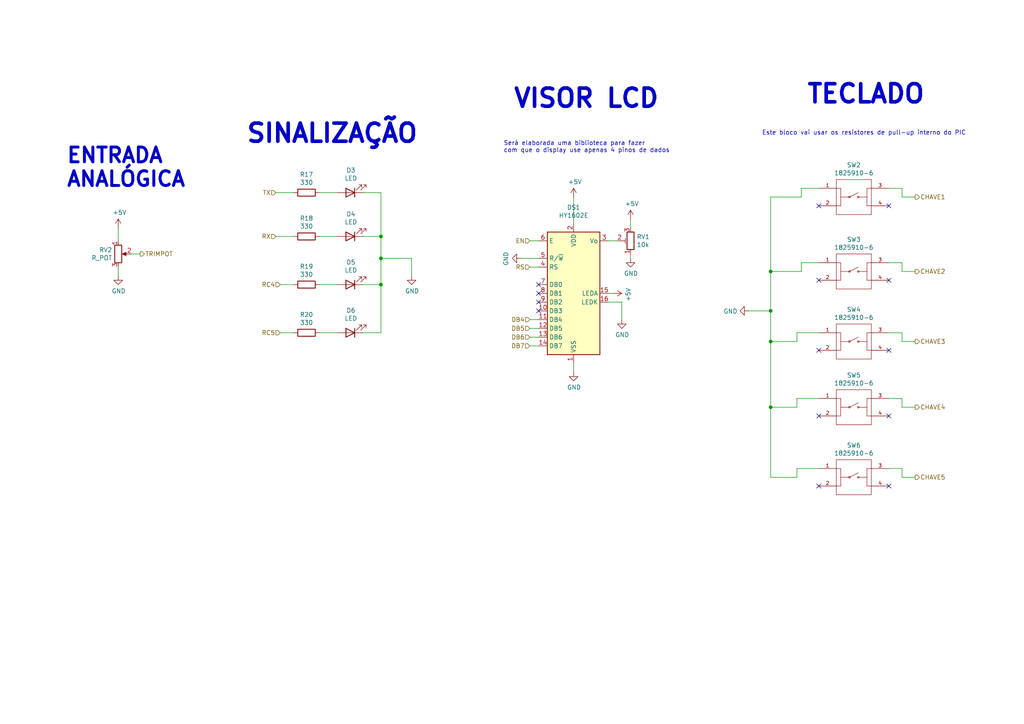
<source format=kicad_sch>
(kicad_sch (version 20211123) (generator eeschema)
  (paper "A4")
  (lib_symbols
    (symbol "Chave_1825910-6:1825910-6" (pin_names (offset 1.016) hide)
      (property "Reference" "SW" (at -5.08 5.842 0))
      (property "Value" "1825910-6" (at -5.08 -7.62 0))
      (symbol "1825910-6_0_0"
        (circle (center -1.27 0) (radius 0.254) (stroke (width 0.127)))
        (polyline (pts (xy -5.08 -5.08) (xy 5.08 -5.08)) (stroke (width 0.127)))
        (polyline (pts (xy -5.08 -2.54) (xy -5.08 -5.08)) (stroke (width 0.127)))
        (polyline (pts (xy -5.08 2.54) (xy -5.08 -2.54)) (stroke (width 0.127)))
        (polyline (pts (xy -5.08 2.54) (xy -3.81 2.54)) (stroke (width 0.127)))
        (polyline (pts (xy -5.08 5.08) (xy -5.08 2.54)) (stroke (width 0.127)))
        (polyline (pts (xy -5.08 5.08) (xy 5.08 5.08)) (stroke (width 0.127)))
        (polyline (pts (xy -3.81 -2.54) (xy -5.08 -2.54)) (stroke (width 0.127)))
        (polyline (pts (xy -3.81 0) (xy -3.81 -2.54)) (stroke (width 0.127)))
        (polyline (pts (xy -3.81 0) (xy -1.27 0)) (stroke (width 0.127)))
        (polyline (pts (xy -3.81 2.54) (xy -3.81 0)) (stroke (width 0.127)))
        (polyline (pts (xy -1.27 0) (xy 1.27 1.27)) (stroke (width 0.127)))
        (polyline (pts (xy 1.27 0) (xy 3.81 0)) (stroke (width 0.127)))
        (polyline (pts (xy 3.81 -2.54) (xy 5.08 -2.54)) (stroke (width 0.127)))
        (polyline (pts (xy 3.81 0) (xy 3.81 -2.54)) (stroke (width 0.127)))
        (polyline (pts (xy 3.81 0) (xy 3.81 2.54)) (stroke (width 0.127)))
        (polyline (pts (xy 3.81 2.54) (xy 5.08 2.54)) (stroke (width 0.127)))
        (polyline (pts (xy 5.08 -2.54) (xy 5.08 -5.08)) (stroke (width 0.127)))
        (polyline (pts (xy 5.08 2.54) (xy 5.08 -2.54)) (stroke (width 0.127)))
        (polyline (pts (xy 5.08 5.08) (xy 5.08 2.54)) (stroke (width 0.127)))
        (circle (center 1.27 0) (radius 0.254) (stroke (width 0.127)))
        (pin passive line (at -10.16 2.54 0) (length 5.08) (name "~") (number "1"))
        (pin passive line (at -10.16 -2.54 0) (length 5.08) (name "~") (number "2"))
        (pin passive line (at 10.16 2.54 180) (length 5.08) (name "~") (number "3"))
        (pin passive line (at 10.16 -2.54 180) (length 5.08) (name "~") (number "4"))
      )
    )
    (symbol "Device:LED" (pin_numbers hide) (pin_names (offset 1.016) hide)
      (property "Reference" "D" (at 0 2.54 0))
      (property "Value" "LED" (at 0 -2.54 0))
      (symbol "LED_0_1"
        (polyline (pts (xy -1.27 -1.27) (xy -1.27 1.27)) (stroke (width 0.254)))
        (polyline (pts (xy -1.27 0) (xy 1.27 0)))
        (polyline (pts (xy 1.27 -1.27) (xy 1.27 1.27) (xy -1.27 0) (xy 1.27 -1.27)) (stroke (width 0.254)))
        (polyline (pts (xy -3.048 -0.762) (xy -4.572 -2.286) (xy -3.81 -2.286) (xy -4.572 -2.286) (xy -4.572 -1.524)))
        (polyline (pts (xy -1.778 -0.762) (xy -3.302 -2.286) (xy -2.54 -2.286) (xy -3.302 -2.286) (xy -3.302 -1.524)))
      )
      (symbol "LED_1_1"
        (pin passive line (at -3.81 0 0) (length 2.54) (name "K") (number "1"))
        (pin passive line (at 3.81 0 180) (length 2.54) (name "A") (number "2"))
      )
    )
    (symbol "Device:R" (pin_numbers hide) (pin_names (offset 0))
      (property "Reference" "R" (at 2.032 0 90))
      (property "Value" "R" (at 0 0 90))
      (symbol "R_0_1"
        (rectangle (start -1.016 -2.54) (end 1.016 2.54) (stroke (width 0.254)))
      )
      (symbol "R_1_1"
        (pin passive line (at 0 3.81 270) (length 1.27) (name "~") (number "1"))
        (pin passive line (at 0 -3.81 90) (length 1.27) (name "~") (number "2"))
      )
    )
    (symbol "Display_Character:HY1602E"
      (property "Reference" "DS1" (at 0 24.9174 0))
      (property "Value" "HY1602E" (at 0 22.606 0))
      (symbol "HY1602E_0_1"
        (rectangle (start -7.62 17.78) (end 7.62 -17.78) (stroke (width 0.254)) (fill (type background)))
      )
      (symbol "HY1602E_1_1"
        (pin power_in line (at 0 -20.32 90) (length 2.54) (name "VSS") (number "1"))
        (pin bidirectional line (at -10.16 -5.08 0) (length 2.54) (name "DB3") (number "10"))
        (pin bidirectional line (at -10.16 -7.62 0) (length 2.54) (name "DB4") (number "11"))
        (pin bidirectional line (at -10.16 -10.16 0) (length 2.54) (name "DB5") (number "12"))
        (pin bidirectional line (at -10.16 -12.7 0) (length 2.54) (name "DB6") (number "13"))
        (pin bidirectional line (at -10.16 -15.24 0) (length 2.54) (name "DB7") (number "14"))
        (pin passive line (at 10.16 0 180) (length 2.54) (name "LEDA") (number "15"))
        (pin passive line (at 10.16 -2.54 180) (length 2.54) (name "LEDK") (number "16"))
        (pin power_in line (at 0 20.32 270) (length 2.54) (name "VDD") (number "2"))
        (pin input line (at 10.16 15.24 180) (length 2.54) (name "Vo") (number "3"))
        (pin input line (at -10.16 7.62 0) (length 2.54) (name "RS") (number "4"))
        (pin input line (at -10.16 10.16 0) (length 2.54) (name "R/~{W}") (number "5"))
        (pin input line (at -10.16 15.24 0) (length 2.54) (name "E") (number "6"))
        (pin bidirectional line (at -10.16 2.54 0) (length 2.54) (name "DB0") (number "7"))
        (pin bidirectional line (at -10.16 0 0) (length 2.54) (name "DB1") (number "8"))
        (pin bidirectional line (at -10.16 -2.54 0) (length 2.54) (name "DB2") (number "9"))
      )
    )
    (symbol "PBLE01-rescue:R_POT-Device" (pin_names (offset 1.016) hide)
      (property "Reference" "RV" (at -4.445 0 90))
      (property "Value" "R_POT-Device" (at -2.54 0 90))
      (symbol "R_POT-Device_0_1"
        (polyline (pts (xy 2.54 0) (xy 1.524 0)))
        (polyline (pts (xy 1.143 0) (xy 2.286 0.508) (xy 2.286 -0.508) (xy 1.143 0)) (fill (type outline)))
        (rectangle (start 1.016 2.54) (end -1.016 -2.54) (stroke (width 0.254)))
      )
      (symbol "R_POT-Device_1_1"
        (pin passive line (at 0 3.81 270) (length 1.27) (name "1") (number "1"))
        (pin passive line (at 3.81 0 180) (length 1.27) (name "2") (number "2"))
        (pin passive line (at 0 -3.81 90) (length 1.27) (name "3") (number "3"))
      )
    )
    (symbol "PBLE01-rescue:R_POT_TRIM-Device" (pin_names (offset 1.016) hide)
      (property "Reference" "RV" (at -4.445 0 90))
      (property "Value" "R_POT_TRIM-Device" (at -2.54 0 90))
      (symbol "R_POT_TRIM-Device_0_1"
        (polyline (pts (xy 1.524 0.762) (xy 1.524 -0.762)))
        (polyline (pts (xy 2.54 0) (xy 1.524 0)))
        (rectangle (start 1.016 2.54) (end -1.016 -2.54) (stroke (width 0.254)))
      )
      (symbol "R_POT_TRIM-Device_1_1"
        (pin passive line (at 0 3.81 270) (length 1.27) (name "1") (number "1"))
        (pin passive line (at 3.81 0 180) (length 1.27) (name "2") (number "2"))
        (pin passive line (at 0 -3.81 90) (length 1.27) (name "3") (number "3"))
      )
    )
    (symbol "power:+5V" (power) (pin_names (offset 0))
      (property "Value" "+5V" (at 0 3.556 0))
      (symbol "+5V_0_1"
        (polyline (pts (xy -0.762 1.27) (xy 0 2.54)))
        (polyline (pts (xy 0 0) (xy 0 2.54)))
        (polyline (pts (xy 0 2.54) (xy 0.762 1.27)))
      )
      (symbol "+5V_1_1"
        (pin power_in line (at 0 0 90) (length 0) hide (name "+5V") (number "1"))
      )
    )
    (symbol "power:GND" (power) (pin_names (offset 0))
      (property "Value" "GND" (at 0 -3.81 0))
      (symbol "GND_0_1"
        (polyline (pts (xy 0 0) (xy 0 -1.27) (xy 1.27 -1.27) (xy 0 -2.54) (xy -1.27 -1.27) (xy 0 -1.27)))
      )
      (symbol "GND_1_1"
        (pin power_in line (at 0 0 270) (length 0) hide (name "GND") (number "1"))
      )
    )
  )
  (junction (at 223.52 90.17))
  (junction (at 223.52 78.74))
  (junction (at 223.52 118.11))
  (junction (at 110.49 74.93))
  (junction (at 223.52 99.06))
  (junction (at 110.49 82.55))
  (junction (at 110.49 68.58))
  (no_connect (at 237.49 140.97))
  (no_connect (at 237.49 120.65))
  (no_connect (at 237.49 81.28))
  (no_connect (at 156.21 87.63))
  (no_connect (at 257.81 101.6))
  (no_connect (at 257.81 81.28))
  (no_connect (at 237.49 101.6))
  (no_connect (at 237.49 59.69))
  (no_connect (at 257.81 120.65))
  (no_connect (at 156.21 82.55))
  (no_connect (at 156.21 85.09))
  (no_connect (at 257.81 140.97))
  (no_connect (at 156.21 90.17))
  (no_connect (at 257.81 59.69))
  (wire (pts (xy 261.62 57.15) (xy 265.43 57.15)))
  (wire (pts (xy 105.41 82.55) (xy 110.49 82.55)))
  (wire (pts (xy 110.49 74.93) (xy 119.38 74.93)))
  (wire (pts (xy 92.71 82.55) (xy 97.79 82.55)))
  (wire (pts (xy 261.62 99.06) (xy 265.43 99.06)))
  (wire (pts (xy 153.67 97.79) (xy 156.21 97.79)))
  (wire (pts (xy 261.62 96.52) (xy 261.62 99.06)))
  (wire (pts (xy 231.14 118.11) (xy 223.52 118.11)))
  (wire (pts (xy 166.37 64.77) (xy 166.37 57.15)))
  (wire (pts (xy 257.81 135.89) (xy 261.62 135.89)))
  (wire (pts (xy 232.41 57.15) (xy 223.52 57.15)))
  (wire (pts (xy 81.28 82.55) (xy 85.09 82.55)))
  (wire (pts (xy 223.52 118.11) (xy 223.52 99.06)))
  (wire (pts (xy 34.29 80.01) (xy 34.29 77.47)))
  (wire (pts (xy 223.52 90.17) (xy 223.52 78.74)))
  (wire (pts (xy 92.71 55.88) (xy 97.79 55.88)))
  (wire (pts (xy 182.88 66.04) (xy 182.88 63.5)))
  (wire (pts (xy 257.81 54.61) (xy 261.62 54.61)))
  (wire (pts (xy 153.67 95.25) (xy 156.21 95.25)))
  (wire (pts (xy 231.14 118.11) (xy 231.14 115.57)))
  (wire (pts (xy 223.52 78.74) (xy 232.41 78.74)))
  (wire (pts (xy 110.49 68.58) (xy 110.49 55.88)))
  (wire (pts (xy 231.14 99.06) (xy 223.52 99.06)))
  (wire (pts (xy 182.88 74.93) (xy 182.88 73.66)))
  (wire (pts (xy 176.53 69.85) (xy 179.07 69.85)))
  (wire (pts (xy 232.41 76.2) (xy 237.49 76.2)))
  (wire (pts (xy 110.49 96.52) (xy 110.49 82.55)))
  (wire (pts (xy 231.14 99.06) (xy 231.14 96.52)))
  (wire (pts (xy 38.1 73.66) (xy 40.64 73.66)))
  (wire (pts (xy 257.81 115.57) (xy 261.62 115.57)))
  (wire (pts (xy 110.49 74.93) (xy 110.49 68.58)))
  (wire (pts (xy 105.41 96.52) (xy 110.49 96.52)))
  (wire (pts (xy 151.13 74.93) (xy 156.21 74.93)))
  (wire (pts (xy 176.53 85.09) (xy 177.8 85.09)))
  (wire (pts (xy 261.62 138.43) (xy 265.43 138.43)))
  (wire (pts (xy 231.14 96.52) (xy 237.49 96.52)))
  (wire (pts (xy 231.14 115.57) (xy 237.49 115.57)))
  (wire (pts (xy 81.28 96.52) (xy 85.09 96.52)))
  (wire (pts (xy 257.81 96.52) (xy 261.62 96.52)))
  (wire (pts (xy 217.17 90.17) (xy 223.52 90.17)))
  (wire (pts (xy 153.67 100.33) (xy 156.21 100.33)))
  (wire (pts (xy 105.41 68.58) (xy 110.49 68.58)))
  (wire (pts (xy 119.38 74.93) (xy 119.38 80.01)))
  (wire (pts (xy 232.41 57.15) (xy 232.41 54.61)))
  (wire (pts (xy 223.52 99.06) (xy 223.52 90.17)))
  (wire (pts (xy 110.49 55.88) (xy 105.41 55.88)))
  (wire (pts (xy 223.52 138.43) (xy 231.14 138.43)))
  (wire (pts (xy 261.62 76.2) (xy 261.62 78.74)))
  (wire (pts (xy 80.01 68.58) (xy 85.09 68.58)))
  (wire (pts (xy 34.29 69.85) (xy 34.29 66.04)))
  (wire (pts (xy 153.67 92.71) (xy 156.21 92.71)))
  (wire (pts (xy 223.52 57.15) (xy 223.52 78.74)))
  (wire (pts (xy 92.71 68.58) (xy 97.79 68.58)))
  (wire (pts (xy 231.14 138.43) (xy 231.14 135.89)))
  (wire (pts (xy 257.81 76.2) (xy 261.62 76.2)))
  (wire (pts (xy 232.41 78.74) (xy 232.41 76.2)))
  (wire (pts (xy 166.37 107.95) (xy 166.37 105.41)))
  (wire (pts (xy 261.62 115.57) (xy 261.62 118.11)))
  (wire (pts (xy 232.41 54.61) (xy 237.49 54.61)))
  (wire (pts (xy 180.34 87.63) (xy 180.34 92.71)))
  (wire (pts (xy 153.67 69.85) (xy 156.21 69.85)))
  (wire (pts (xy 223.52 138.43) (xy 223.52 118.11)))
  (wire (pts (xy 231.14 135.89) (xy 237.49 135.89)))
  (wire (pts (xy 92.71 96.52) (xy 97.79 96.52)))
  (wire (pts (xy 261.62 54.61) (xy 261.62 57.15)))
  (wire (pts (xy 80.01 55.88) (xy 85.09 55.88)))
  (wire (pts (xy 261.62 135.89) (xy 261.62 138.43)))
  (wire (pts (xy 153.67 77.47) (xy 156.21 77.47)))
  (wire (pts (xy 176.53 87.63) (xy 180.34 87.63)))
  (wire (pts (xy 261.62 118.11) (xy 265.43 118.11)))
  (wire (pts (xy 110.49 82.55) (xy 110.49 74.93)))
  (wire (pts (xy 261.62 78.74) (xy 265.43 78.74)))
  (text "Será elaborada uma biblioteca para fazer \ncom que o display use apenas 4 pinos de dados " (at 146.05 44.45 0) (effects (font (size 1.27 1.27)) (justify left bottom)))
  (text "ENTRADA\nANALÓGICA" (at 19.05 54.61 0) (effects (font (size 4.2672 4.2672) (thickness 0.8534) bold) (justify left bottom)))
  (text "TECLADO" (at 233.68 30.48 0) (effects (font (size 5.2578 5.2578) (thickness 1.0516) bold) (justify left bottom)))
  (text "Este bloco vai usar os resistores de pull-up interno do PIC" (at 220.98 39.37 0) (effects (font (size 1.27 1.27)) (justify left bottom)))
  (text "VISOR LCD" (at 148.59 31.75 0) (effects (font (size 5.2578 5.2578) (thickness 1.0516) bold) (justify left bottom)))
  (text "SINALIZAÇÃO\n" (at 71.12 41.91 0) (effects (font (size 5.2578 5.2578) (thickness 1.0516) bold) (justify left bottom)))
  (hierarchical_label "DB7" (shape input) (at 153.67 100.33 180))
  (hierarchical_label "RC4" (shape input) (at 81.28 82.55 180))
  (hierarchical_label "CHAVE5" (shape output) (at 265.43 138.43 0))
  (hierarchical_label "CHAVE4" (shape output) (at 265.43 118.11 0))
  (hierarchical_label "TX" (shape input) (at 80.01 55.88 180))
  (hierarchical_label "DB6" (shape input) (at 153.67 97.79 180))
  (hierarchical_label "TRIMPOT" (shape output) (at 40.64 73.66 0))
  (hierarchical_label "RS" (shape input) (at 153.67 77.47 180))
  (hierarchical_label "DB5" (shape input) (at 153.67 95.25 180))
  (hierarchical_label "RC5" (shape input) (at 81.28 96.52 180))
  (hierarchical_label "RX" (shape input) (at 80.01 68.58 180))
  (hierarchical_label "DB4" (shape input) (at 153.67 92.71 180))
  (hierarchical_label "CHAVE3" (shape output) (at 265.43 99.06 0))
  (hierarchical_label "EN" (shape input) (at 153.67 69.85 180))
  (hierarchical_label "CHAVE2" (shape output) (at 265.43 78.74 0))
  (hierarchical_label "CHAVE1" (shape output) (at 265.43 57.15 0))
  (symbol (lib_id "Display_Character:HY1602E") (at 166.37 85.09 0) (unit 1)
    (property "Reference" "DS1" (at 166.37 60.1726 0))
    (property "Value" "HY1602E" (at 166.37 62.484 0))
    (property "Footprint" "Display:HY1602E" (effects hide))
    (property "Datasheet" "http://www.icbank.com/data/ICBShop/board/HY1602E.pdf" (effects hide))
  )
  (symbol (lib_id "power:GND") (at 166.37 107.95 0) (unit 1)
    (property "Reference" "#PWR0108" (effects hide))
    (property "Value" "GND" (at 166.497 112.3442 0))
  )
  (symbol (lib_id "power:GND") (at 151.13 74.93 270) (unit 1)
    (property "Reference" "#PWR0109" (effects hide))
    (property "Value" "GND" (at 146.7358 75.057 0))
  )
  (symbol (lib_id "power:GND") (at 180.34 92.71 0) (unit 1)
    (property "Reference" "#PWR0110" (effects hide))
    (property "Value" "GND" (at 180.467 97.1042 0))
  )
  (symbol (lib_id "power:GND") (at 182.88 74.93 0) (unit 1)
    (property "Reference" "#PWR0111" (effects hide))
    (property "Value" "GND" (at 183.007 79.3242 0))
  )
  (symbol (lib_id "Chave_1825910-6:1825910-6") (at 247.65 57.15 0) (unit 1)
    (property "Reference" "SW2" (at 247.65 47.879 0))
    (property "Value" "1825910-6" (at 247.65 50.1904 0))
    (property "Footprint" "Chave Táctil:SW_1825910-6-4" (effects hide))
    (property "EU_RoHS_Compliance" "Compliant" (effects hide))
    (property "Configuration_Pole-Throw" "Single Pole - Single Throw" (effects hide))
    (property "Contact_Current_Rating" "50 mA" (effects hide))
    (property "Comment" "1825910-6" (effects hide))
  )
  (symbol (lib_id "Chave_1825910-6:1825910-6") (at 247.65 78.74 0) (unit 1)
    (property "Reference" "SW3" (at 247.65 69.469 0))
    (property "Value" "1825910-6" (at 247.65 71.7804 0))
    (property "Footprint" "Chave Táctil:SW_1825910-6-4" (effects hide))
    (property "EU_RoHS_Compliance" "Compliant" (effects hide))
    (property "Configuration_Pole-Throw" "Single Pole - Single Throw" (effects hide))
    (property "Contact_Current_Rating" "50 mA" (effects hide))
    (property "Comment" "1825910-6" (effects hide))
  )
  (symbol (lib_id "Chave_1825910-6:1825910-6") (at 247.65 99.06 0) (unit 1)
    (property "Reference" "SW4" (at 247.65 89.789 0))
    (property "Value" "1825910-6" (at 247.65 92.1004 0))
    (property "Footprint" "Chave Táctil:SW_1825910-6-4" (effects hide))
    (property "EU_RoHS_Compliance" "Compliant" (effects hide))
    (property "Configuration_Pole-Throw" "Single Pole - Single Throw" (effects hide))
    (property "Contact_Current_Rating" "50 mA" (effects hide))
    (property "Comment" "1825910-6" (effects hide))
  )
  (symbol (lib_id "Chave_1825910-6:1825910-6") (at 247.65 138.43 0) (unit 1)
    (property "Reference" "SW6" (at 247.65 129.159 0))
    (property "Value" "1825910-6" (at 247.65 131.4704 0))
    (property "Footprint" "Chave Táctil:SW_1825910-6-4" (effects hide))
    (property "EU_RoHS_Compliance" "Compliant" (effects hide))
    (property "Configuration_Pole-Throw" "Single Pole - Single Throw" (effects hide))
    (property "Contact_Current_Rating" "50 mA" (effects hide))
    (property "Comment" "1825910-6" (effects hide))
  )
  (symbol (lib_id "Chave_1825910-6:1825910-6") (at 247.65 118.11 0) (unit 1)
    (property "Reference" "SW5" (at 247.65 108.839 0))
    (property "Value" "1825910-6" (at 247.65 111.1504 0))
    (property "Footprint" "Chave Táctil:SW_1825910-6-4" (effects hide))
    (property "EU_RoHS_Compliance" "Compliant" (effects hide))
    (property "Configuration_Pole-Throw" "Single Pole - Single Throw" (effects hide))
    (property "Contact_Current_Rating" "50 mA" (effects hide))
    (property "Comment" "1825910-6" (effects hide))
  )
  (symbol (lib_id "power:GND") (at 217.17 90.17 270) (unit 1)
    (property "Reference" "#PWR0112" (effects hide))
    (property "Value" "GND" (at 213.9188 90.297 90) (effects (justify right)))
  )
  (symbol (lib_id "PBLE01-rescue:R_POT-Device") (at 34.29 73.66 0) (unit 1)
    (property "Reference" "RV2" (at 32.5374 72.4916 0) (effects (justify right)))
    (property "Value" "R_POT" (at 32.5374 74.803 0) (effects (justify right)))
    (property "Footprint" "SamacSys_Parts:P160KN0QC15B100K" (effects hide))
  )
  (symbol (lib_id "power:GND") (at 34.29 80.01 0) (unit 1)
    (property "Reference" "#PWR0113" (effects hide))
    (property "Value" "GND" (at 34.417 84.4042 0))
  )
  (symbol (lib_id "PBLE01-rescue:R_POT_TRIM-Device") (at 182.88 69.85 180) (unit 1)
    (property "Reference" "RV1" (at 184.658 68.6816 0) (effects (justify right)))
    (property "Value" "10k" (at 184.658 70.993 0) (effects (justify right)))
    (property "Footprint" "Potentiometer_THT:Potentiometer_Bourns_3296W_Vertical" (effects hide))
  )
  (symbol (lib_id "power:+5V") (at 166.37 57.15 0) (unit 1)
    (property "Reference" "#PWR0129" (effects hide))
    (property "Value" "+5V" (at 166.751 52.7558 0))
  )
  (symbol (lib_id "power:+5V") (at 182.88 63.5 0) (unit 1)
    (property "Reference" "#PWR0130" (effects hide))
    (property "Value" "+5V" (at 183.261 59.1058 0))
  )
  (symbol (lib_id "power:+5V") (at 177.8 85.09 270) (unit 1)
    (property "Reference" "#PWR0131" (effects hide))
    (property "Value" "+5V" (at 182.1942 85.471 0))
  )
  (symbol (lib_id "power:+5V") (at 34.29 66.04 0) (unit 1)
    (property "Reference" "#PWR0132" (effects hide))
    (property "Value" "+5V" (at 34.671 61.6458 0))
  )
  (symbol (lib_id "Device:R") (at 88.9 55.88 90) (unit 1)
    (property "Reference" "R17" (at 88.9 50.6222 90))
    (property "Value" "330" (at 88.9 52.9336 90))
    (property "Footprint" "Resistor_SMD:R_0805_2012Metric_Pad1.20x1.40mm_HandSolder" (effects hide))
  )
  (symbol (lib_id "Device:LED") (at 101.6 55.88 180) (unit 1)
    (property "Reference" "D3" (at 101.7778 49.403 0))
    (property "Value" "LED" (at 101.7778 51.7144 0))
    (property "Footprint" "LED:LTST-C150GKT" (effects hide))
  )
  (symbol (lib_id "Device:R") (at 88.9 68.58 90) (unit 1)
    (property "Reference" "R18" (at 88.9 63.3222 90))
    (property "Value" "330" (at 88.9 65.6336 90))
    (property "Footprint" "Resistor_SMD:R_0805_2012Metric_Pad1.20x1.40mm_HandSolder" (effects hide))
  )
  (symbol (lib_id "Device:LED") (at 101.6 68.58 180) (unit 1)
    (property "Reference" "D4" (at 101.7778 62.103 0))
    (property "Value" "LED" (at 101.7778 64.4144 0))
    (property "Footprint" "LED:LTST-C150GKT" (effects hide))
  )
  (symbol (lib_id "Device:R") (at 88.9 82.55 90) (unit 1)
    (property "Reference" "R19" (at 88.9 77.2922 90))
    (property "Value" "330" (at 88.9 79.6036 90))
    (property "Footprint" "Resistor_SMD:R_0805_2012Metric_Pad1.20x1.40mm_HandSolder" (effects hide))
  )
  (symbol (lib_id "Device:LED") (at 101.6 82.55 180) (unit 1)
    (property "Reference" "D5" (at 101.7778 76.073 0))
    (property "Value" "LED" (at 101.7778 78.3844 0))
    (property "Footprint" "LED:LTST-C150GKT" (effects hide))
  )
  (symbol (lib_id "Device:R") (at 88.9 96.52 90) (unit 1)
    (property "Reference" "R20" (at 88.9 91.2622 90))
    (property "Value" "330" (at 88.9 93.5736 90))
    (property "Footprint" "Resistor_SMD:R_0805_2012Metric_Pad1.20x1.40mm_HandSolder" (effects hide))
  )
  (symbol (lib_id "Device:LED") (at 101.6 96.52 180) (unit 1)
    (property "Reference" "D6" (at 101.7778 90.043 0))
    (property "Value" "LED" (at 101.7778 92.3544 0))
    (property "Footprint" "LED:LTST-C150GKT" (effects hide))
  )
  (symbol (lib_id "power:GND") (at 119.38 80.01 0) (unit 1)
    (property "Reference" "#PWR0106" (effects hide))
    (property "Value" "GND" (at 119.507 84.4042 0))
  )
)
</source>
